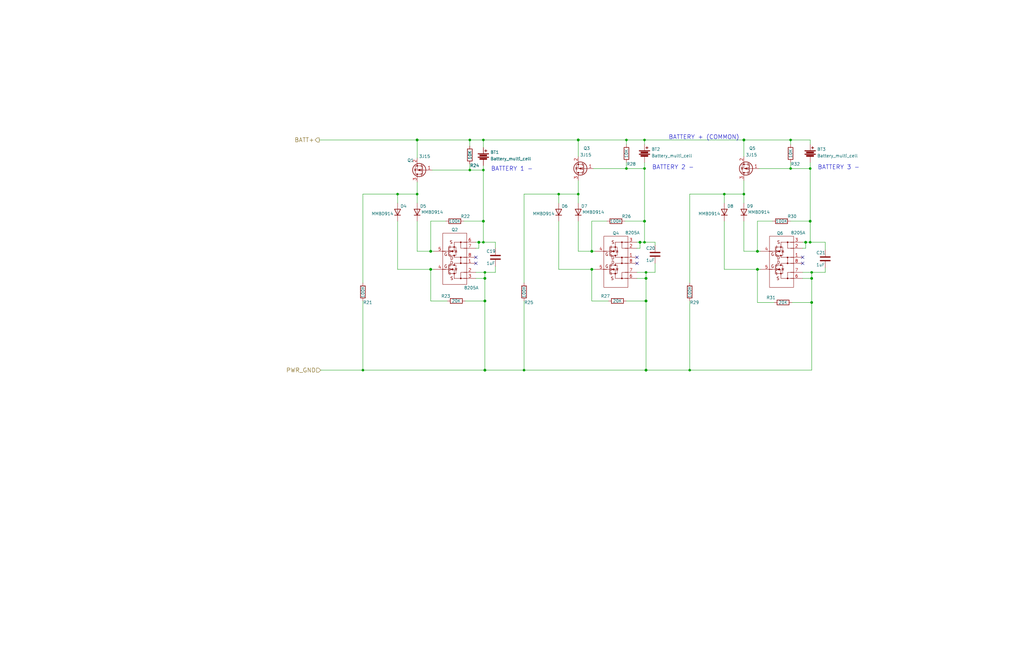
<source format=kicad_sch>
(kicad_sch (version 20211123) (generator eeschema)
  (paper "USLedger")
  (title_block (title "ConnectBox HAT 8") (date "2023-03-30") (rev "8.0.0") (company "ConnectBox") (comment 1 "JRA"))
  (lib_symbols
    (symbol "Custom_1:8205AV" (pin_names hide)
      (property "Reference" "Q" (at -2.54 13.97 0))
      (property "Value" "8205AV" (at 3.81 -10.16 0))
      (symbol "8205AV_0_0"
        (text "D" (at 3.828 2.1676 0) (effects (font (size 1.27 1.27))))
        (text "D" (at 3.8602 0.2352 0) (effects (font (size 1.27 1.27))))
        (text "G" (at 6.35 -1.27 0) (effects (font (size 1.27 1.27))))
        (text "G" (at 6.35 3.81 0) (effects (font (size 1.27 1.27))))
        (text "S" (at 3.81 -6.35 0) (effects (font (size 1.27 1.27))))
        (text "S" (at 4.0694 8.9173 0) (effects (font (size 1.27 1.27))))
      )
      (symbol "8205AV_0_1"
        (rectangle (start -2.54 12.7) (end 7.62 -8.89) (stroke (width 0.1524)))
        (circle (center -0.0075 -6.3497) (radius 0.254) (fill (type outline)))
        (polyline (pts (xy -2.5753 0.0007) (xy 2.776 0.0007)) (stroke (width 0.1524)))
        (polyline (pts (xy -2.5549 2.5486) (xy 2.7917 2.5486)) (stroke (width 0.1524)))
        (polyline (pts (xy -2.2237 8.8887) (xy -2.5322 8.8887)) (stroke (width 0.1524)))
        (polyline (pts (xy -1.27 -6.35) (xy -2.54 -6.35)) (stroke (width 0.1524)))
        (polyline (pts (xy -1.27 -6.35) (xy 2.54 -6.35)) (stroke (width 0.1524)))
        (polyline (pts (xy -0.0099 2.5374) (xy -0.0099 0.024)) (stroke (width 0.1524)))
        (polyline (pts (xy 2.5169 -6.3509) (xy 2.7644 -6.3509)) (stroke (width 0.1524)))
        (polyline (pts (xy 2.7938 -4.9625) (xy 2.7938 -6.3509)) (stroke (width 0.1524)))
        (polyline (pts (xy 2.794 0) (xy 2.794 -0.762)))
        (polyline (pts (xy 2.8045 2.5677) (xy 2.8045 3.3297)))
        (polyline (pts (xy 4.572 -3.81) (xy 4.572 -4.826)) (stroke (width 0.254)))
        (polyline (pts (xy 4.572 -2.032) (xy 4.572 -3.048)) (stroke (width 0.254)))
        (polyline (pts (xy 4.572 -0.254) (xy 4.572 -1.27)) (stroke (width 0.254)))
        (polyline (pts (xy 4.5825 2.8217) (xy 4.5825 3.8377)) (stroke (width 0.254)))
        (polyline (pts (xy 4.5825 4.5997) (xy 4.5825 5.6157)) (stroke (width 0.254)))
        (polyline (pts (xy 4.5825 6.3777) (xy 4.5825 7.3937)) (stroke (width 0.254)))
        (polyline (pts (xy 5.08 -2.54) (xy 7.874 -2.54)))
        (polyline (pts (xy 5.08 -0.635) (xy 5.08 -4.445)) (stroke (width 0.254)))
        (polyline (pts (xy 5.0844 5.0746) (xy 7.8784 5.0746)))
        (polyline (pts (xy 5.0905 3.2027) (xy 5.0905 7.0127)) (stroke (width 0.254)))
        (polyline (pts (xy -2.54 -3.81) (xy 0 -3.81) (xy 0 -6.35)) (stroke (width 0.1524)))
        (polyline (pts (xy 0.0073 8.892) (xy 0.0073 6.352) (xy -2.5327 6.352)) (stroke (width 0.1524)))
        (polyline (pts (xy 2.7937 7.6202) (xy 2.7937 8.8902) (xy -2.2863 8.8902)) (stroke (width 0.1524)))
        (polyline (pts (xy 2.794 -5.08) (xy 2.794 -2.54) (xy 4.572 -2.54)))
        (polyline (pts (xy 2.8045 7.6477) (xy 2.8045 5.1077) (xy 4.5825 5.1077)))
        (polyline (pts (xy 2.032 -2.159) (xy 2.413 -2.794) (xy 1.651 -2.794) (xy 2.032 -2.159)))
        (polyline (pts (xy 2.0425 4.7267) (xy 2.4235 5.3617) (xy 1.6615 5.3617) (xy 2.0425 4.7267)))
        (polyline (pts (xy 2.54 -2.032) (xy 2.413 -2.159) (xy 1.651 -2.159) (xy 1.524 -2.286)))
        (polyline (pts (xy 2.5505 4.5997) (xy 2.4235 4.7267) (xy 1.6615 4.7267) (xy 1.5345 4.8537)))
        (polyline (pts (xy 4.318 -2.54) (xy 3.302 -2.159) (xy 3.302 -2.921) (xy 4.318 -2.54)) (fill (type outline)))
        (polyline (pts (xy 4.3285 5.1077) (xy 3.3125 4.7267) (xy 3.3125 5.4887) (xy 4.3285 5.1077)) (fill (type outline)))
        (polyline (pts (xy 4.572 -4.318) (xy 2.032 -4.318) (xy 2.032 -0.762) (xy 4.572 -0.762)))
        (polyline (pts (xy 4.5825 6.8857) (xy 2.0425 6.8857) (xy 2.0425 3.3297) (xy 4.5825 3.3297)))
        (circle (center 0.0029 8.8872) (radius 0.254) (fill (type outline)))
        (circle (center 0.0085 0.0509) (radius 0.254) (fill (type outline)))
        (circle (center 0.0085 2.5208) (radius 0.254) (fill (type outline)))
        (circle (center 2.794 -4.318) (radius 0.254) (fill (type outline)))
        (circle (center 2.794 -0.762) (radius 0.254) (fill (type outline)))
        (circle (center 2.8045 3.3297) (radius 0.254) (fill (type outline)))
        (circle (center 2.8045 6.8857) (radius 0.254) (fill (type outline)))
      )
      (symbol "8205AV_1_1"
        (pin input line (at -6.35 0 0) (length 5.08) (name "D") (number "1"))
        (pin input line (at -6.35 -3.81 0) (length 5.08) (name "S1") (number "2"))
        (pin input line (at -6.35 -6.35 0) (length 5.08) (name "S1") (number "3"))
        (pin input line (at 11.43 -2.54 180) (length 5.08) (name "G1") (number "4"))
        (pin input line (at 11.43 5.08 180) (length 5.08) (name "G2") (number "5"))
        (pin input line (at -6.35 8.89 0) (length 5.08) (name "S2") (number "6"))
        (pin input line (at -6.35 6.35 0) (length 5.08) (name "S2") (number "7"))
        (pin input line (at -6.35 2.54 0) (length 5.08) (name "D") (number "8"))
      )
    )
    (symbol "Custom_1:Battery_multi_cell" (pin_numbers hide) (pin_names (offset 0))
      (property "Reference" "BT" (at 2.54 1.27 0))
      (property "Value" "Battery_multi_cell" (at 2.54 -1.27 0))
      (symbol "Battery_multi_cell_0_1"
        (rectangle (start -2.286 -0.1778) (end 2.286 -0.4318) (fill (type outline)))
        (rectangle (start -2.286 1.27) (end 2.286 1.016) (fill (type outline)))
        (rectangle (start -1.5748 -0.762) (end 1.4732 -1.27) (fill (type outline)))
        (rectangle (start -1.5748 0.6858) (end 1.4732 0.1778) (fill (type outline)))
        (polyline (pts (xy 0.508 2.413) (xy 1.524 2.413)) (stroke (width 0.254)))
        (polyline (pts (xy 1.016 2.921) (xy 1.016 1.905)) (stroke (width 0.254)))
      )
      (symbol "Battery_multi_cell_1_1"
        (pin passive line (at 0 3.81 270) (length 2.54) (name "~") (number "1"))
        (pin passive line (at 0 -3.81 90) (length 2.54) (name "~") (number "2"))
      )
    )
    (symbol "Custom_1:Q_PMOS_GSD" (pin_names (offset 0) hide)
      (property "Reference" "Q12" (at 2.413 8.5285 0))
      (property "Value" "Q_PMOS_GSD" (at 3.048 5.7534 0))
      (symbol "Q_PMOS_GSD_0_1"
        (polyline (pts (xy 0.254 0) (xy -1.1463 -0.0013)))
        (polyline (pts (xy 0.254 1.905) (xy 0.254 -1.905)) (stroke (width 0.254)))
        (polyline (pts (xy 0.762 -1.27) (xy 0.762 -2.286)) (stroke (width 0.254)))
        (polyline (pts (xy 0.762 0.508) (xy 0.762 -0.508)) (stroke (width 0.254)))
        (polyline (pts (xy 0.762 2.286) (xy 0.762 1.27)) (stroke (width 0.254)))
        (polyline (pts (xy 2.54 2.54) (xy 2.54 1.778)))
        (polyline (pts (xy 2.54 -2.54) (xy 2.54 0) (xy 0.762 0)))
        (polyline (pts (xy 0.762 1.778) (xy 3.302 1.778) (xy 3.302 -1.778) (xy 0.762 -1.778)))
        (polyline (pts (xy 2.286 0) (xy 1.27 0.381) (xy 1.27 -0.381) (xy 2.286 0)) (fill (type outline)))
        (polyline (pts (xy 2.794 -0.508) (xy 2.921 -0.381) (xy 3.683 -0.381) (xy 3.81 -0.254)))
        (polyline (pts (xy 3.302 -0.381) (xy 2.921 0.254) (xy 3.683 0.254) (xy 3.302 -0.381)))
        (circle (center 1.651 0) (radius 2.794) (stroke (width 0.254)))
        (circle (center 2.54 -1.778) (radius 0.254) (fill (type outline)))
        (circle (center 2.54 1.778) (radius 0.254) (fill (type outline)))
      )
      (symbol "Q_PMOS_GSD_1_1"
        (pin input line (at -3.81 0 0) (length 2.54) (name "G") (number "1"))
        (pin passive line (at 2.54 -5.08 90) (length 2.54) (name "S") (number "2"))
        (pin passive line (at 2.54 5.08 270) (length 2.54) (name "D") (number "3"))
      )
    )
    (symbol "Device:C" (pin_numbers hide) (pin_names (offset 0.254))
      (property "Reference" "C" (at 0.635 2.54 0))
      (property "Value" "C" (at 0.635 -2.54 0))
      (symbol "C_0_1"
        (polyline (pts (xy -2.032 -0.762) (xy 2.032 -0.762)) (stroke (width 0.508)))
        (polyline (pts (xy -2.032 0.762) (xy 2.032 0.762)) (stroke (width 0.508)))
      )
      (symbol "C_1_1"
        (pin passive line (at 0 3.81 270) (length 2.794) (name "~") (number "1"))
        (pin passive line (at 0 -3.81 90) (length 2.794) (name "~") (number "2"))
      )
    )
    (symbol "Device:R" (pin_numbers hide) (pin_names (offset 0))
      (property "Reference" "R" (at 2.032 0 90))
      (property "Value" "R" (at 0 0 90))
      (symbol "R_0_1"
        (rectangle (start -1.016 -2.54) (end 1.016 2.54) (stroke (width 0.254)))
      )
      (symbol "R_1_1"
        (pin passive line (at 0 3.81 270) (length 1.27) (name "~") (number "1"))
        (pin passive line (at 0 -3.81 90) (length 1.27) (name "~") (number "2"))
      )
    )
    (symbol "Diode:1N914" (pin_numbers hide) (pin_names (offset 1.016) hide)
      (property "Reference" "D" (at 0 2.54 0))
      (property "Value" "1N914" (at 0 -2.54 0))
      (symbol "1N914_0_1"
        (polyline (pts (xy -1.27 1.27) (xy -1.27 -1.27)) (stroke (width 0.254)))
        (polyline (pts (xy 1.27 0) (xy -1.27 0)))
        (polyline (pts (xy 1.27 1.27) (xy 1.27 -1.27) (xy -1.27 0) (xy 1.27 1.27)) (stroke (width 0.254)))
      )
      (symbol "1N914_1_1"
        (pin passive line (at -3.81 0 0) (length 2.54) (name "K") (number "1"))
        (pin passive line (at 3.81 0 180) (length 2.54) (name "A") (number "2"))
      )
    )
  )
  (junction (at 271.78 93.345) (diameter 1.016))
  (junction (at 342.265 114.935))
  (junction (at 272.415 156.21) (diameter 1.016))
  (junction (at 271.78 102.235))
  (junction (at 167.64 81.915))
  (junction (at 333.375 71.12))
  (junction (at 313.69 59.055) (diameter 1.016))
  (junction (at 269.875 102.235) (diameter 1.016))
  (junction (at 203.835 102.235))
  (junction (at 271.78 71.12))
  (junction (at 341.63 102.235))
  (junction (at 319.405 106.045) (diameter 1.016))
  (junction (at 290.83 156.21))
  (junction (at 341.63 71.12))
  (junction (at 342.265 117.475) (diameter 1.016))
  (junction (at 203.835 93.345) (diameter 1.016))
  (junction (at 198.12 59.055))
  (junction (at 272.415 127) (diameter 1.016))
  (junction (at 153.035 156.21))
  (junction (at 181.61 113.665) (diameter 1.016))
  (junction (at 198.12 71.755))
  (junction (at 342.265 127.635) (diameter 1.016))
  (junction (at 175.895 59.055) (diameter 1.016))
  (junction (at 203.835 71.755))
  (junction (at 339.725 102.235) (diameter 1.016))
  (junction (at 243.84 81.915))
  (junction (at 204.47 114.935))
  (junction (at 271.78 59.055))
  (junction (at 319.405 113.665) (diameter 1.016))
  (junction (at 204.47 156.21) (diameter 1.016))
  (junction (at 341.63 93.345) (diameter 1.016))
  (junction (at 243.84 59.055) (diameter 1.016))
  (junction (at 235.585 81.915))
  (junction (at 333.375 59.055))
  (junction (at 264.16 59.055))
  (junction (at 175.895 81.915))
  (junction (at 264.16 71.12))
  (junction (at 305.435 81.915))
  (junction (at 181.61 106.045) (diameter 1.016))
  (junction (at 203.835 59.055))
  (junction (at 272.415 114.935))
  (junction (at 220.98 156.21))
  (junction (at 249.555 113.665) (diameter 1.016))
  (junction (at 201.93 102.235) (diameter 1.016))
  (junction (at 272.415 117.475) (diameter 1.016))
  (junction (at 313.69 81.915))
  (junction (at 204.47 117.475) (diameter 1.016))
  (junction (at 249.555 106.045) (diameter 1.016))
  (junction (at 204.47 127) (diameter 1.016))
  (no_connect (at 200.66 111.125))
  (no_connect (at 200.66 108.585))
  (no_connect (at 268.605 111.125))
  (no_connect (at 338.455 108.585))
  (no_connect (at 268.605 108.585))
  (no_connect (at 338.455 111.125))
  (wire (pts (xy 175.895 76.835) (xy 175.895 81.915)))
  (wire (pts (xy 264.16 68.58) (xy 264.16 71.12)))
  (wire (pts (xy 271.78 102.235) (xy 276.225 102.235)))
  (wire (pts (xy 268.605 114.935) (xy 272.415 114.935)))
  (wire (pts (xy 153.035 156.21) (xy 204.47 156.21)))
  (wire (pts (xy 333.375 93.345) (xy 341.63 93.345)))
  (wire (pts (xy 175.895 106.045) (xy 181.61 106.045)))
  (wire (pts (xy 341.63 93.345) (xy 341.63 102.235)))
  (wire (pts (xy 338.455 102.235) (xy 339.725 102.235)))
  (wire (pts (xy 338.455 104.775) (xy 339.725 104.775)))
  (wire (pts (xy 338.455 117.475) (xy 342.265 117.475)))
  (wire (pts (xy 208.915 102.235) (xy 203.835 102.235)))
  (wire (pts (xy 347.98 113.03) (xy 347.98 114.935)))
  (wire (pts (xy 235.585 85.725) (xy 235.585 81.915)))
  (wire (pts (xy 249.555 106.045) (xy 250.825 106.045)))
  (wire (pts (xy 305.435 81.915) (xy 313.69 81.915)))
  (wire (pts (xy 243.84 106.045) (xy 249.555 106.045)))
  (wire (pts (xy 153.035 81.915) (xy 153.035 119.38)))
  (wire (pts (xy 276.225 114.935) (xy 272.415 114.935)))
  (wire (pts (xy 203.835 59.055) (xy 243.84 59.055)))
  (wire (pts (xy 290.83 156.21) (xy 342.265 156.21)))
  (wire (pts (xy 264.16 59.055) (xy 271.78 59.055)))
  (wire (pts (xy 200.66 114.935) (xy 204.47 114.935)))
  (wire (pts (xy 333.375 59.055) (xy 333.375 60.96)))
  (wire (pts (xy 208.915 112.395) (xy 208.915 114.935)))
  (wire (pts (xy 167.64 93.345) (xy 167.64 113.665)))
  (wire (pts (xy 319.405 93.345) (xy 319.405 106.045)))
  (wire (pts (xy 272.415 127) (xy 272.415 156.21)))
  (wire (pts (xy 272.415 156.21) (xy 290.83 156.21)))
  (wire (pts (xy 268.605 102.235) (xy 269.875 102.235)))
  (wire (pts (xy 175.895 81.915) (xy 175.895 85.725)))
  (wire (pts (xy 256.54 127) (xy 249.555 127)))
  (wire (pts (xy 319.405 113.665) (xy 320.675 113.665)))
  (wire (pts (xy 272.415 117.475) (xy 272.415 127)))
  (wire (pts (xy 341.63 71.12) (xy 341.63 93.345)))
  (wire (pts (xy 181.61 127) (xy 181.61 113.665)))
  (wire (pts (xy 338.455 114.935) (xy 342.265 114.935)))
  (wire (pts (xy 195.58 93.345) (xy 203.835 93.345)))
  (wire (pts (xy 313.69 76.2) (xy 313.69 81.915)))
  (wire (pts (xy 175.895 59.055) (xy 198.12 59.055)))
  (wire (pts (xy 243.84 59.055) (xy 243.84 66.04)))
  (wire (pts (xy 198.12 59.055) (xy 198.12 61.595)))
  (wire (pts (xy 203.835 69.85) (xy 203.835 71.755)))
  (wire (pts (xy 250.19 71.12) (xy 264.16 71.12)))
  (wire (pts (xy 243.84 59.055) (xy 264.16 59.055)))
  (wire (pts (xy 249.555 127) (xy 249.555 113.665)))
  (wire (pts (xy 204.47 114.935) (xy 208.915 114.935)))
  (wire (pts (xy 313.69 93.345) (xy 313.69 106.045)))
  (wire (pts (xy 313.69 59.055) (xy 333.375 59.055)))
  (wire (pts (xy 153.035 127) (xy 153.035 156.21)))
  (wire (pts (xy 341.63 59.055) (xy 341.63 60.96)))
  (wire (pts (xy 167.64 113.665) (xy 181.61 113.665)))
  (wire (pts (xy 175.895 93.345) (xy 175.895 106.045)))
  (wire (pts (xy 255.905 93.345) (xy 249.555 93.345)))
  (wire (pts (xy 198.12 71.755) (xy 203.835 71.755)))
  (wire (pts (xy 135.255 156.21) (xy 153.035 156.21)))
  (wire (pts (xy 200.66 117.475) (xy 204.47 117.475)))
  (wire (pts (xy 269.875 102.235) (xy 269.875 104.775)))
  (wire (pts (xy 243.84 81.915) (xy 243.84 85.725)))
  (wire (pts (xy 243.84 93.345) (xy 243.84 106.045)))
  (wire (pts (xy 339.725 102.235) (xy 341.63 102.235)))
  (wire (pts (xy 276.225 111.125) (xy 276.225 114.935)))
  (wire (pts (xy 263.525 93.345) (xy 271.78 93.345)))
  (wire (pts (xy 220.98 156.21) (xy 272.415 156.21)))
  (wire (pts (xy 326.39 127.635) (xy 319.405 127.635)))
  (wire (pts (xy 319.405 127.635) (xy 319.405 113.665)))
  (wire (pts (xy 204.47 156.21) (xy 220.98 156.21)))
  (wire (pts (xy 264.16 59.055) (xy 264.16 60.96)))
  (wire (pts (xy 188.595 127) (xy 181.61 127)))
  (wire (pts (xy 134.62 59.055) (xy 175.895 59.055)))
  (wire (pts (xy 271.78 93.345) (xy 271.78 102.235)))
  (wire (pts (xy 208.915 102.235) (xy 208.915 104.775)))
  (wire (pts (xy 271.78 102.235) (xy 269.875 102.235)))
  (wire (pts (xy 264.16 127) (xy 272.415 127)))
  (wire (pts (xy 249.555 93.345) (xy 249.555 106.045)))
  (wire (pts (xy 203.835 93.345) (xy 203.835 102.235)))
  (wire (pts (xy 290.83 127) (xy 290.83 156.21)))
  (wire (pts (xy 235.585 81.915) (xy 243.84 81.915)))
  (wire (pts (xy 305.435 85.725) (xy 305.435 81.915)))
  (wire (pts (xy 271.78 71.12) (xy 271.78 93.345)))
  (wire (pts (xy 175.895 59.055) (xy 175.895 66.675)))
  (wire (pts (xy 333.375 68.58) (xy 333.375 71.12)))
  (wire (pts (xy 181.61 93.345) (xy 181.61 106.045)))
  (wire (pts (xy 203.835 71.755) (xy 203.835 93.345)))
  (wire (pts (xy 313.69 59.055) (xy 313.69 66.04)))
  (wire (pts (xy 264.16 71.12) (xy 271.78 71.12)))
  (wire (pts (xy 313.69 81.915) (xy 313.69 85.725)))
  (wire (pts (xy 204.47 114.935) (xy 204.47 117.475)))
  (wire (pts (xy 198.12 69.215) (xy 198.12 71.755)))
  (wire (pts (xy 235.585 81.915) (xy 220.98 81.915)))
  (wire (pts (xy 243.84 76.2) (xy 243.84 81.915)))
  (wire (pts (xy 333.375 59.055) (xy 341.63 59.055)))
  (wire (pts (xy 339.725 102.235) (xy 339.725 104.775)))
  (wire (pts (xy 271.78 59.055) (xy 313.69 59.055)))
  (wire (pts (xy 341.63 102.235) (xy 347.98 102.235)))
  (wire (pts (xy 167.64 81.915) (xy 175.895 81.915)))
  (wire (pts (xy 203.835 59.055) (xy 203.835 62.23)))
  (wire (pts (xy 342.265 127.635) (xy 342.265 156.21)))
  (wire (pts (xy 181.61 106.045) (xy 182.88 106.045)))
  (wire (pts (xy 268.605 104.775) (xy 269.875 104.775)))
  (wire (pts (xy 347.98 114.935) (xy 342.265 114.935)))
  (wire (pts (xy 268.605 117.475) (xy 272.415 117.475)))
  (wire (pts (xy 220.98 127) (xy 220.98 156.21)))
  (wire (pts (xy 342.265 117.475) (xy 342.265 127.635)))
  (wire (pts (xy 342.265 114.935) (xy 342.265 117.475)))
  (wire (pts (xy 333.375 71.12) (xy 341.63 71.12)))
  (wire (pts (xy 204.47 127) (xy 204.47 156.21)))
  (wire (pts (xy 187.96 93.345) (xy 181.61 93.345)))
  (wire (pts (xy 181.61 113.665) (xy 182.88 113.665)))
  (wire (pts (xy 276.225 102.235) (xy 276.225 103.505)))
  (wire (pts (xy 167.64 85.725) (xy 167.64 81.915)))
  (wire (pts (xy 167.64 81.915) (xy 153.035 81.915)))
  (wire (pts (xy 347.98 102.235) (xy 347.98 105.41)))
  (wire (pts (xy 305.435 81.915) (xy 290.83 81.915)))
  (wire (pts (xy 305.435 93.345) (xy 305.435 113.665)))
  (wire (pts (xy 319.405 106.045) (xy 320.675 106.045)))
  (wire (pts (xy 271.78 59.055) (xy 271.78 60.96)))
  (wire (pts (xy 235.585 113.665) (xy 249.555 113.665)))
  (wire (pts (xy 320.04 71.12) (xy 333.375 71.12)))
  (wire (pts (xy 249.555 113.665) (xy 250.825 113.665)))
  (wire (pts (xy 341.63 68.58) (xy 341.63 71.12)))
  (wire (pts (xy 271.78 68.58) (xy 271.78 71.12)))
  (wire (pts (xy 313.69 106.045) (xy 319.405 106.045)))
  (wire (pts (xy 200.66 102.235) (xy 201.93 102.235)))
  (wire (pts (xy 182.245 71.755) (xy 198.12 71.755)))
  (wire (pts (xy 235.585 93.345) (xy 235.585 113.665)))
  (wire (pts (xy 196.215 127) (xy 204.47 127)))
  (wire (pts (xy 325.755 93.345) (xy 319.405 93.345)))
  (wire (pts (xy 201.93 102.235) (xy 201.93 104.775)))
  (wire (pts (xy 204.47 117.475) (xy 204.47 127)))
  (wire (pts (xy 200.66 104.775) (xy 201.93 104.775)))
  (wire (pts (xy 272.415 114.935) (xy 272.415 117.475)))
  (wire (pts (xy 198.12 59.055) (xy 203.835 59.055)))
  (wire (pts (xy 203.835 102.235) (xy 201.93 102.235)))
  (wire (pts (xy 305.435 113.665) (xy 319.405 113.665)))
  (wire (pts (xy 220.98 81.915) (xy 220.98 119.38)))
  (wire (pts (xy 334.01 127.635) (xy 342.265 127.635)))
  (wire (pts (xy 290.83 81.915) (xy 290.83 119.38)))
  (text "BATTERY 2 -" (at 274.955 71.755 0) (effects (font (size 1.778 1.778)) (justify left bottom)))
  (text "BATTERY 1 -" (at 207.01 72.39 0) (effects (font (size 1.778 1.778)) (justify left bottom)))
  (text "BATTERY 3 -" (at 344.805 71.755 0) (effects (font (size 1.778 1.778)) (justify left bottom)))
  (text "BATTERY + (COMMON)" (at 281.94 59.055 0) (effects (font (size 1.778 1.778)) (justify left bottom)))
  (hierarchical_label "PWR_GND" (shape input) (at 135.255 156.21 180) (effects (font (size 1.778 1.778))))
  (hierarchical_label "BATT+" (shape output) (at 134.62 59.055 180) (effects (font (size 1.778 1.778))))
  (symbol (lib_id "Custom_1:Q_PMOS_GSD") (at 316.23 71.12 180) (unit 1)
    (property "Reference" "Q5" (at 318.643 62.5915 0) (effects (justify left)))
    (property "Value" "3J15" (at 319.278 65.3666 0) (effects (justify left)))
    (property "Footprint" "Package_TO_SOT_SMD:SOT-323_SC-70" (effects hide))
    (property "Manufacturer P/N" "SSM3J15FU,LF" (effects hide))
    (property "DigiKey P/N" "SSM3J15FULFCT-ND" (effects hide))
    (property "Manufacturer" "Toshiba" (effects hide))
    (property "Description" "P-Channel 30 V 100mA (Ta) 150mW (Ta) Surface Mount USM" (effects hide))
  )
  (symbol (lib_id "Custom_1:8205AV") (at 332.105 108.585 180) (unit 1)
    (property "Reference" "Q6" (at 328.93 98.425 0))
    (property "Value" "8205A" (at 336.55 98.2387 0))
    (property "Footprint" "Package_SO:TSSOP-8_4.4x3mm_P0.65mm" (effects hide))
    (property "Datasheet" "https://html.alldatasheet.com/html-pdf/1152898/KIA/8205A/60/1/8205A.html" (effects hide))
    (property "DigiKey P/N" "[none - from AliExpress|" (effects hide))
  )
  (symbol (lib_id "Device:R") (at 220.98 123.19 0) (unit 1)
    (property "Reference" "R25" (at 223.012 127.635 0))
    (property "Value" "100K" (at 220.98 123.19 90))
    (property "Footprint" "Resistor_SMD:R_0603_1608Metric" (effects hide))
    (property "Manufacturer" "Yageo" (effects hide))
    (property "Manufacturer P/N" "RC0603FR-07100KL" (effects hide))
    (property "Description" "RES SMD 100K OHM 1% 1/8W 0603" (effects hide))
    (property "DigiKey P/N" "311-100KHRCT-ND" (effects hide))
    (property "Type" "SMD" (effects hide))
  )
  (symbol (lib_id "Device:C") (at 208.915 108.585 0) (unit 1)
    (property "Reference" "C19" (at 205.105 106.045 0) (effects (justify left)))
    (property "Value" "1uF" (at 205.105 111.125 0) (effects (justify left)))
    (property "Footprint" "Capacitor_SMD:C_0805_2012Metric" (effects hide))
    (property "Manufacturer" "KEMET" (effects hide))
    (property "Manufacturer P/N" "C0805C105K8PACTU" (effects hide))
    (property "Description" "CAP CER 1UF 10V X5R 0805" (effects hide))
    (property "DigiKey P/N" "399-8006-1-ND" (effects hide))
    (property "Type" "SMD" (effects hide))
  )
  (symbol (lib_id "Custom_1:8205AV") (at 194.31 111.125 0) (mirror y) (unit 1)
    (property "Reference" "Q2" (at 191.77 96.9476 0))
    (property "Value" "8205A" (at 198.755 121.4713 0))
    (property "Footprint" "Package_SO:TSSOP-8_4.4x3mm_P0.65mm" (effects hide))
    (property "Datasheet" "https://html.alldatasheet.com/html-pdf/1152898/KIA/8205A/60/1/8205A.html" (effects hide))
    (property "DigiKey P/N" "[none - from AliExpress|" (effects hide))
  )
  (symbol (lib_id "Device:R") (at 260.35 127 90) (unit 1)
    (property "Reference" "R27" (at 255.27 124.968 90))
    (property "Value" "20K" (at 260.35 127 90))
    (property "Footprint" "Resistor_SMD:R_0603_1608Metric" (effects hide))
    (property "Manufacturer" "Yageo" (effects hide))
    (property "Manufacturer P/N" "RC0603FR-0720KL" (effects hide))
    (property "Description" "RES SMD 20K OHM 1% 1/8W 0603" (effects hide))
    (property "DigiKey P/N" "311-20.0KHRCT-ND" (effects hide))
    (property "Type" "SMD" (effects hide))
  )
  (symbol (lib_id "Device:R") (at 198.12 65.405 0) (unit 1)
    (property "Reference" "R24" (at 200.152 69.85 0))
    (property "Value" "10K" (at 198.12 65.405 90))
    (property "Footprint" "Resistor_SMD:R_0603_1608Metric" (effects hide))
    (property "Manufacturer" "Yageo" (effects hide))
    (property "Manufacturer P/N" "RC0603FR-0710KL" (effects hide))
    (property "Description" "RES SMD 10K OHM 1% 1/8W 0603" (effects hide))
    (property "DigiKey P/N" "311-10KHRCT-ND" (effects hide))
    (property "Type" "SMD" (effects hide))
  )
  (symbol (lib_id "Custom_1:Q_PMOS_GSD") (at 246.38 71.12 180) (unit 1)
    (property "Reference" "Q3" (at 248.793 62.5915 0) (effects (justify left)))
    (property "Value" "3J15" (at 249.428 65.3666 0) (effects (justify left)))
    (property "Footprint" "Package_TO_SOT_SMD:SOT-323_SC-70" (effects hide))
    (property "Manufacturer P/N" "SSM3J15FU,LF" (effects hide))
    (property "DigiKey P/N" "SSM3J15FULFCT-ND" (effects hide))
    (property "Manufacturer" "Toshiba" (effects hide))
    (property "Description" "P-Channel 30 V 100mA (Ta) 150mW (Ta) Surface Mount USM" (effects hide))
  )
  (symbol (lib_id "Device:R") (at 333.375 64.77 0) (unit 1)
    (property "Reference" "R32" (at 335.407 69.215 0))
    (property "Value" "10K" (at 333.375 64.77 90))
    (property "Footprint" "Resistor_SMD:R_0603_1608Metric" (effects hide))
    (property "Manufacturer" "Yageo" (effects hide))
    (property "Manufacturer P/N" "RC0603FR-0710KL" (effects hide))
    (property "Description" "RES SMD 10K OHM 1% 1/8W 0603" (effects hide))
    (property "DigiKey P/N" "311-10KHRCT-ND" (effects hide))
    (property "Type" "SMD" (effects hide))
  )
  (symbol (lib_id "Diode:1N914") (at 313.69 89.535 90) (unit 1)
    (property "Reference" "D9" (at 316.23 86.995 90))
    (property "Value" "MMBD914" (at 320.04 89.535 90))
    (property "Footprint" "Diode_SMD:D_SOT-23_ANK" (effects hide))
    (property "Datasheet" "http://www.vishay.com/docs/85622/1n914.pdf" (effects hide))
    (property "Manufacturer" "ON Semiconductor" (effects hide))
    (property "Manufacturer P/N" "MMBD914LT1G" (effects hide))
    (property "Description" "DIODE GEN PURP 100V 200MA SOT23" (effects hide))
    (property "DigiKey P/N" "MMBD914LT1GOSCT-ND" (effects hide))
    (property "Type" "SMD" (effects hide))
  )
  (symbol (lib_id "Device:R") (at 290.83 123.19 0) (unit 1)
    (property "Reference" "R29" (at 292.862 127.635 0))
    (property "Value" "100K" (at 290.83 123.19 90))
    (property "Footprint" "Resistor_SMD:R_0603_1608Metric" (effects hide))
    (property "Manufacturer" "Yageo" (effects hide))
    (property "Manufacturer P/N" "RC0603FR-07100KL" (effects hide))
    (property "Description" "RES SMD 100K OHM 1% 1/8W 0603" (effects hide))
    (property "DigiKey P/N" "311-100KHRCT-ND" (effects hide))
    (property "Type" "SMD" (effects hide))
  )
  (symbol (lib_id "Custom_1:Battery_multi_cell") (at 341.63 64.77 0) (unit 1)
    (property "Reference" "BT3" (at 344.551 62.9725 0) (effects (justify left)))
    (property "Value" "Battery_multi_cell" (at 344.551 65.7476 0) (effects (justify left)))
  )
  (symbol (lib_id "Diode:1N914") (at 175.895 89.535 90) (unit 1)
    (property "Reference" "D5" (at 178.435 86.995 90))
    (property "Value" "MMBD914" (at 182.245 89.535 90))
    (property "Footprint" "Diode_SMD:D_SOT-23_ANK" (effects hide))
    (property "Datasheet" "http://www.vishay.com/docs/85622/1n914.pdf" (effects hide))
    (property "Manufacturer" "ON Semiconductor" (effects hide))
    (property "Manufacturer P/N" "MMBD914LT1G" (effects hide))
    (property "Description" "DIODE GEN PURP 100V 200MA SOT23" (effects hide))
    (property "DigiKey P/N" "MMBD914LT1GOSCT-ND" (effects hide))
    (property "Type" "SMD" (effects hide))
  )
  (symbol (lib_id "Custom_1:Battery_multi_cell") (at 271.78 64.77 0) (unit 1)
    (property "Reference" "BT2" (at 274.701 62.9725 0) (effects (justify left)))
    (property "Value" "Battery_multi_cell" (at 274.701 65.7476 0) (effects (justify left)))
  )
  (symbol (lib_id "Diode:1N914") (at 235.585 89.535 90) (unit 1)
    (property "Reference" "D6" (at 238.125 86.995 90))
    (property "Value" "MMBD914" (at 229.235 90.17 90))
    (property "Footprint" "Diode_SMD:D_SOT-23_ANK" (effects hide))
    (property "Datasheet" "http://www.vishay.com/docs/85622/1n914.pdf" (effects hide))
    (property "Manufacturer" "ON Semiconductor" (effects hide))
    (property "Manufacturer P/N" "MMBD914LT1G" (effects hide))
    (property "Description" "DIODE GEN PURP 100V 200MA SOT23" (effects hide))
    (property "DigiKey P/N" "MMBD914LT1GOSCT-ND" (effects hide))
    (property "Type" "SMD" (effects hide))
  )
  (symbol (lib_id "Device:R") (at 191.77 93.345 90) (unit 1)
    (property "Reference" "R22" (at 196.215 91.313 90))
    (property "Value" "100K" (at 191.77 93.345 90))
    (property "Footprint" "Resistor_SMD:R_0603_1608Metric" (effects hide))
    (property "Manufacturer" "Yageo" (effects hide))
    (property "Manufacturer P/N" "RC0603FR-07100KL" (effects hide))
    (property "Description" "RES SMD 100K OHM 1% 1/8W 0603" (effects hide))
    (property "DigiKey P/N" "311-100KHRCT-ND" (effects hide))
    (property "Type" "SMD" (effects hide))
  )
  (symbol (lib_id "Device:R") (at 192.405 127 90) (unit 1)
    (property "Reference" "R23" (at 187.96 124.968 90))
    (property "Value" "20K" (at 192.405 127 90))
    (property "Footprint" "Resistor_SMD:R_0603_1608Metric" (effects hide))
    (property "Manufacturer" "Yageo" (effects hide))
    (property "Manufacturer P/N" "RC0603FR-0720KL" (effects hide))
    (property "Description" "RES SMD 20K OHM 1% 1/8W 0603" (effects hide))
    (property "DigiKey P/N" "311-20.0KHRCT-ND" (effects hide))
    (property "Type" "SMD" (effects hide))
  )
  (symbol (lib_id "Device:R") (at 259.715 93.345 90) (unit 1)
    (property "Reference" "R26" (at 264.16 91.313 90))
    (property "Value" "100K" (at 259.715 93.345 90))
    (property "Footprint" "Resistor_SMD:R_0603_1608Metric" (effects hide))
    (property "Manufacturer" "Yageo" (effects hide))
    (property "Manufacturer P/N" "RC0603FR-07100KL" (effects hide))
    (property "Description" "RES SMD 100K OHM 1% 1/8W 0603" (effects hide))
    (property "DigiKey P/N" "311-100KHRCT-ND" (effects hide))
    (property "Type" "SMD" (effects hide))
  )
  (symbol (lib_id "Custom_1:Battery_multi_cell") (at 203.835 66.04 0) (unit 1)
    (property "Reference" "BT1" (at 206.756 64.2425 0) (effects (justify left)))
    (property "Value" "Battery_multi_cell" (at 206.756 67.0176 0) (effects (justify left)))
  )
  (symbol (lib_id "Device:C") (at 276.225 107.315 0) (unit 1)
    (property "Reference" "C20" (at 272.415 104.775 0) (effects (justify left)))
    (property "Value" "1uF" (at 272.415 109.855 0) (effects (justify left)))
    (property "Footprint" "Capacitor_SMD:C_0805_2012Metric" (effects hide))
    (property "Manufacturer" "KEMET" (effects hide))
    (property "Manufacturer P/N" "C0805C105K8PACTU" (effects hide))
    (property "Description" "CAP CER 1UF 10V X5R 0805" (effects hide))
    (property "DigiKey P/N" "399-8006-1-ND" (effects hide))
    (property "Type" "SMD" (effects hide))
  )
  (symbol (lib_id "Device:R") (at 264.16 64.77 0) (unit 1)
    (property "Reference" "R28" (at 266.192 69.215 0))
    (property "Value" "10K" (at 264.16 64.77 90))
    (property "Footprint" "Resistor_SMD:R_0603_1608Metric" (effects hide))
    (property "Manufacturer" "Yageo" (effects hide))
    (property "Manufacturer P/N" "RC0603FR-0710KL" (effects hide))
    (property "Description" "RES SMD 10K OHM 1% 1/8W 0603" (effects hide))
    (property "DigiKey P/N" "311-10KHRCT-ND" (effects hide))
    (property "Type" "SMD" (effects hide))
  )
  (symbol (lib_id "Custom_1:8205AV") (at 262.255 108.585 180) (unit 1)
    (property "Reference" "Q4" (at 259.715 98.425 0))
    (property "Value" "8205A" (at 266.7 98.2387 0))
    (property "Footprint" "Package_SO:TSSOP-8_4.4x3mm_P0.65mm" (effects hide))
    (property "Datasheet" "https://html.alldatasheet.com/html-pdf/1152898/KIA/8205A/60/1/8205A.html" (effects hide))
    (property "DigiKey P/N" "[none - from AliExpress|" (effects hide))
  )
  (symbol (lib_id "Diode:1N914") (at 243.84 89.535 90) (unit 1)
    (property "Reference" "D7" (at 246.38 86.995 90))
    (property "Value" "MMBD914" (at 250.19 89.535 90))
    (property "Footprint" "Diode_SMD:D_SOT-23_ANK" (effects hide))
    (property "Datasheet" "http://www.vishay.com/docs/85622/1n914.pdf" (effects hide))
    (property "Manufacturer" "ON Semiconductor" (effects hide))
    (property "Manufacturer P/N" "MMBD914LT1G" (effects hide))
    (property "Description" "DIODE GEN PURP 100V 200MA SOT23" (effects hide))
    (property "DigiKey P/N" "MMBD914LT1GOSCT-ND" (effects hide))
    (property "Type" "SMD" (effects hide))
  )
  (symbol (lib_id "Diode:1N914") (at 167.64 89.535 90) (unit 1)
    (property "Reference" "D4" (at 170.18 86.995 90))
    (property "Value" "MMBD914" (at 161.29 90.17 90))
    (property "Footprint" "Diode_SMD:D_SOT-23_ANK" (effects hide))
    (property "Datasheet" "http://www.vishay.com/docs/85622/1n914.pdf" (effects hide))
    (property "Manufacturer" "ON Semiconductor" (effects hide))
    (property "Manufacturer P/N" "MMBD914LT1G" (effects hide))
    (property "Description" "DIODE GEN PURP 100V 200MA SOT23" (effects hide))
    (property "DigiKey P/N" "MMBD914LT1GOSCT-ND" (effects hide))
    (property "Type" "SMD" (effects hide))
  )
  (symbol (lib_id "Device:R") (at 153.035 123.19 0) (unit 1)
    (property "Reference" "R21" (at 155.067 127.635 0))
    (property "Value" "100K" (at 153.035 123.19 90))
    (property "Footprint" "Resistor_SMD:R_0603_1608Metric" (effects hide))
    (property "Manufacturer" "Yageo" (effects hide))
    (property "Manufacturer P/N" "RC0603FR-07100KL" (effects hide))
    (property "Description" "RES SMD 100K OHM 1% 1/8W 0603" (effects hide))
    (property "DigiKey P/N" "311-100KHRCT-ND" (effects hide))
    (property "Type" "SMD" (effects hide))
  )
  (symbol (lib_id "Custom_1:Q_PMOS_GSD") (at 178.435 71.755 180) (unit 1)
    (property "Reference" "Q1" (at 174.498 67.6715 0) (effects (justify left)))
    (property "Value" "3J15" (at 181.483 66.0016 0) (effects (justify left)))
    (property "Footprint" "Package_TO_SOT_SMD:SOT-323_SC-70" (effects hide))
    (property "Manufacturer P/N" "SSM3J15FU,LF" (effects hide))
    (property "DigiKey P/N" "SSM3J15FULFCT-ND" (effects hide))
    (property "Manufacturer" "Toshiba" (effects hide))
    (property "Description" "P-Channel 30 V 100mA (Ta) 150mW (Ta) Surface Mount USM" (effects hide))
  )
  (symbol (lib_id "Device:R") (at 329.565 93.345 90) (unit 1)
    (property "Reference" "R30" (at 334.01 91.313 90))
    (property "Value" "100K" (at 329.565 93.345 90))
    (property "Footprint" "Resistor_SMD:R_0603_1608Metric" (effects hide))
    (property "Manufacturer" "Yageo" (effects hide))
    (property "Manufacturer P/N" "RC0603FR-07100KL" (effects hide))
    (property "Description" "RES SMD 100K OHM 1% 1/8W 0603" (effects hide))
    (property "DigiKey P/N" "311-100KHRCT-ND" (effects hide))
    (property "Type" "SMD" (effects hide))
  )
  (symbol (lib_id "Diode:1N914") (at 305.435 89.535 90) (unit 1)
    (property "Reference" "D8" (at 307.975 86.995 90))
    (property "Value" "MMBD914" (at 299.085 90.17 90))
    (property "Footprint" "Diode_SMD:D_SOT-23_ANK" (effects hide))
    (property "Datasheet" "http://www.vishay.com/docs/85622/1n914.pdf" (effects hide))
    (property "Manufacturer" "ON Semiconductor" (effects hide))
    (property "Manufacturer P/N" "MMBD914LT1G" (effects hide))
    (property "Description" "DIODE GEN PURP 100V 200MA SOT23" (effects hide))
    (property "DigiKey P/N" "MMBD914LT1GOSCT-ND" (effects hide))
    (property "Type" "SMD" (effects hide))
  )
  (symbol (lib_id "Device:R") (at 330.2 127.635 90) (unit 1)
    (property "Reference" "R31" (at 325.12 125.603 90))
    (property "Value" "20K" (at 330.2 127.635 90))
    (property "Footprint" "Resistor_SMD:R_0603_1608Metric" (effects hide))
    (property "Manufacturer" "Yageo" (effects hide))
    (property "Manufacturer P/N" "RC0603FR-0720KL" (effects hide))
    (property "Description" "RES SMD 20K OHM 1% 1/8W 0603" (effects hide))
    (property "DigiKey P/N" "311-20.0KHRCT-ND" (effects hide))
    (property "Type" "SMD" (effects hide))
  )
  (symbol (lib_id "Device:C") (at 347.98 109.22 0) (unit 1)
    (property "Reference" "C21" (at 344.17 106.68 0) (effects (justify left)))
    (property "Value" "1uF" (at 344.17 111.76 0) (effects (justify left)))
    (property "Footprint" "Capacitor_SMD:C_0805_2012Metric" (effects hide))
    (property "Manufacturer" "KEMET" (effects hide))
    (property "Manufacturer P/N" "C0805C105K8PACTU" (effects hide))
    (property "Description" "CAP CER 1UF 10V X5R 0805" (effects hide))
    (property "DigiKey P/N" "399-8006-1-ND" (effects hide))
    (property "Type" "SMD" (effects hide))
  )
)
</source>
